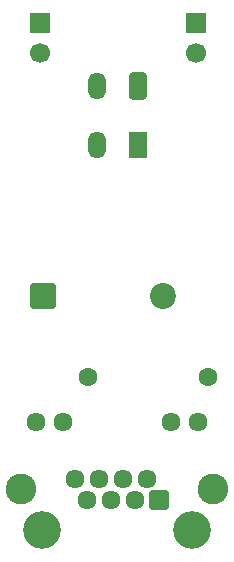
<source format=gts>
%TF.GenerationSoftware,KiCad,Pcbnew,9.0.2*%
%TF.CreationDate,2025-11-18T17:18:59+08:00*%
%TF.ProjectId,swerve-hub,73776572-7665-42d6-9875-622e6b696361,rev?*%
%TF.SameCoordinates,Original*%
%TF.FileFunction,Soldermask,Top*%
%TF.FilePolarity,Negative*%
%FSLAX46Y46*%
G04 Gerber Fmt 4.6, Leading zero omitted, Abs format (unit mm)*
G04 Created by KiCad (PCBNEW 9.0.2) date 2025-11-18 17:18:59*
%MOMM*%
%LPD*%
G01*
G04 APERTURE LIST*
G04 Aperture macros list*
%AMRoundRect*
0 Rectangle with rounded corners*
0 $1 Rounding radius*
0 $2 $3 $4 $5 $6 $7 $8 $9 X,Y pos of 4 corners*
0 Add a 4 corners polygon primitive as box body*
4,1,4,$2,$3,$4,$5,$6,$7,$8,$9,$2,$3,0*
0 Add four circle primitives for the rounded corners*
1,1,$1+$1,$2,$3*
1,1,$1+$1,$4,$5*
1,1,$1+$1,$6,$7*
1,1,$1+$1,$8,$9*
0 Add four rect primitives between the rounded corners*
20,1,$1+$1,$2,$3,$4,$5,0*
20,1,$1+$1,$4,$5,$6,$7,0*
20,1,$1+$1,$6,$7,$8,$9,0*
20,1,$1+$1,$8,$9,$2,$3,0*%
G04 Aperture macros list end*
%ADD10R,1.500000X2.300000*%
%ADD11RoundRect,0.250001X0.499999X0.899999X-0.499999X0.899999X-0.499999X-0.899999X0.499999X-0.899999X0*%
%ADD12O,1.500000X2.300000*%
%ADD13C,3.200000*%
%ADD14RoundRect,0.102000X-0.704000X-0.704000X0.704000X-0.704000X0.704000X0.704000X-0.704000X0.704000X0*%
%ADD15C,1.612000*%
%ADD16C,2.604000*%
%ADD17RoundRect,0.249999X-0.850001X-0.850001X0.850001X-0.850001X0.850001X0.850001X-0.850001X0.850001X0*%
%ADD18C,2.200000*%
%ADD19C,1.600000*%
%ADD20R,1.700000X1.700000*%
%ADD21C,1.700000*%
G04 APERTURE END LIST*
D10*
%TO.C,J3*%
X99766000Y-71812500D03*
D11*
X99766000Y-66812500D03*
D12*
X96266000Y-71812500D03*
X96266000Y-66812500D03*
%TD*%
D13*
%TO.C,J1*%
X91606000Y-104383500D03*
X104306000Y-104383500D03*
D14*
X101526000Y-101843500D03*
D15*
X100506000Y-100063500D03*
X99486000Y-101843500D03*
X98466000Y-100063500D03*
X97446000Y-101843500D03*
X96426000Y-100063500D03*
X95406000Y-101843500D03*
X94386000Y-100063500D03*
X104816000Y-95243500D03*
X102526000Y-95243500D03*
X93386000Y-95243500D03*
X91096000Y-95243500D03*
D16*
X89831000Y-100953500D03*
X106081000Y-100953500D03*
%TD*%
D17*
%TO.C,D1*%
X91694000Y-84582000D03*
D18*
X101854000Y-84582000D03*
%TD*%
D19*
%TO.C,R1*%
X95504000Y-91440000D03*
X105664000Y-91440000D03*
%TD*%
D20*
%TO.C,J2*%
X91440000Y-61463000D03*
D21*
X91440000Y-64003000D03*
%TD*%
D20*
%TO.C,J4*%
X104648000Y-61463000D03*
D21*
X104648000Y-64003000D03*
%TD*%
M02*

</source>
